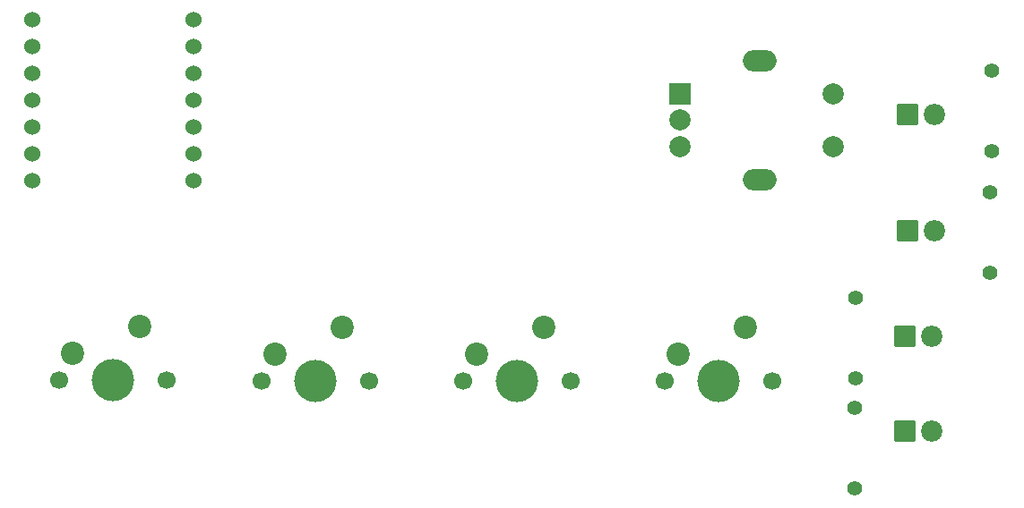
<source format=gbr>
%TF.GenerationSoftware,KiCad,Pcbnew,9.0.2*%
%TF.CreationDate,2025-06-29T18:35:55-07:00*%
%TF.ProjectId,pcb,7063622e-6b69-4636-9164-5f7063625858,rev?*%
%TF.SameCoordinates,Original*%
%TF.FileFunction,Soldermask,Bot*%
%TF.FilePolarity,Negative*%
%FSLAX46Y46*%
G04 Gerber Fmt 4.6, Leading zero omitted, Abs format (unit mm)*
G04 Created by KiCad (PCBNEW 9.0.2) date 2025-06-29 18:35:55*
%MOMM*%
%LPD*%
G01*
G04 APERTURE LIST*
G04 Aperture macros list*
%AMRoundRect*
0 Rectangle with rounded corners*
0 $1 Rounding radius*
0 $2 $3 $4 $5 $6 $7 $8 $9 X,Y pos of 4 corners*
0 Add a 4 corners polygon primitive as box body*
4,1,4,$2,$3,$4,$5,$6,$7,$8,$9,$2,$3,0*
0 Add four circle primitives for the rounded corners*
1,1,$1+$1,$2,$3*
1,1,$1+$1,$4,$5*
1,1,$1+$1,$6,$7*
1,1,$1+$1,$8,$9*
0 Add four rect primitives between the rounded corners*
20,1,$1+$1,$2,$3,$4,$5,0*
20,1,$1+$1,$4,$5,$6,$7,0*
20,1,$1+$1,$6,$7,$8,$9,0*
20,1,$1+$1,$8,$9,$2,$3,0*%
G04 Aperture macros list end*
%ADD10C,1.700000*%
%ADD11C,4.000000*%
%ADD12C,2.200000*%
%ADD13O,3.200000X2.000000*%
%ADD14R,2.000000X2.000000*%
%ADD15C,2.000000*%
%ADD16C,1.400000*%
%ADD17C,2.019000*%
%ADD18RoundRect,0.102000X-0.907500X-0.907500X0.907500X-0.907500X0.907500X0.907500X-0.907500X0.907500X0*%
%ADD19C,1.524000*%
G04 APERTURE END LIST*
D10*
%TO.C,SW2*%
X79930000Y-107240000D03*
D11*
X85010000Y-107240000D03*
D10*
X90090000Y-107240000D03*
D12*
X87550000Y-102160000D03*
X81200000Y-104700000D03*
%TD*%
D13*
%TO.C,SW5*%
X127000000Y-76950000D03*
X127000000Y-88150000D03*
D14*
X119500000Y-80050000D03*
D15*
X119500000Y-85050000D03*
X119500000Y-82550000D03*
X134000000Y-85050000D03*
X134000000Y-80050000D03*
%TD*%
D10*
%TO.C,SW1*%
X60830000Y-107190000D03*
D11*
X65910000Y-107190000D03*
D10*
X70990000Y-107190000D03*
D12*
X68450000Y-102110000D03*
X62100000Y-104650000D03*
%TD*%
D16*
%TO.C,R3*%
X136050000Y-99380000D03*
X136050000Y-107000000D03*
%TD*%
D10*
%TO.C,SW4*%
X118080000Y-107215000D03*
D11*
X123160000Y-107215000D03*
D10*
X128240000Y-107215000D03*
D12*
X125700000Y-102135000D03*
X119350000Y-104675000D03*
%TD*%
D17*
%TO.C,D3*%
X143270000Y-103000000D03*
D18*
X140730000Y-103000000D03*
%TD*%
D17*
%TO.C,D2*%
X143540000Y-93000000D03*
D18*
X141000000Y-93000000D03*
%TD*%
D16*
%TO.C,R1*%
X148970000Y-77870000D03*
X148970000Y-85490000D03*
%TD*%
D19*
%TO.C,U1*%
X58290000Y-73048500D03*
X58290000Y-75588500D03*
X58290000Y-78128500D03*
X58290000Y-80668500D03*
X58290000Y-83208500D03*
X58290000Y-85748500D03*
X58290000Y-88288500D03*
X73530000Y-88288500D03*
X73530000Y-85748500D03*
X73530000Y-83208500D03*
X73530000Y-80668500D03*
X73530000Y-78128500D03*
X73530000Y-75588500D03*
X73530000Y-73048500D03*
%TD*%
D16*
%TO.C,R4*%
X135990000Y-109790000D03*
X135990000Y-117410000D03*
%TD*%
%TO.C,R2*%
X148790000Y-89330000D03*
X148790000Y-96950000D03*
%TD*%
D17*
%TO.C,D1*%
X143540000Y-82000000D03*
D18*
X141000000Y-82000000D03*
%TD*%
D10*
%TO.C,SW3*%
X99030000Y-107230000D03*
D11*
X104110000Y-107230000D03*
D10*
X109190000Y-107230000D03*
D12*
X106650000Y-102150000D03*
X100300000Y-104690000D03*
%TD*%
D17*
%TO.C,D4*%
X143270000Y-112000000D03*
D18*
X140730000Y-112000000D03*
%TD*%
M02*

</source>
